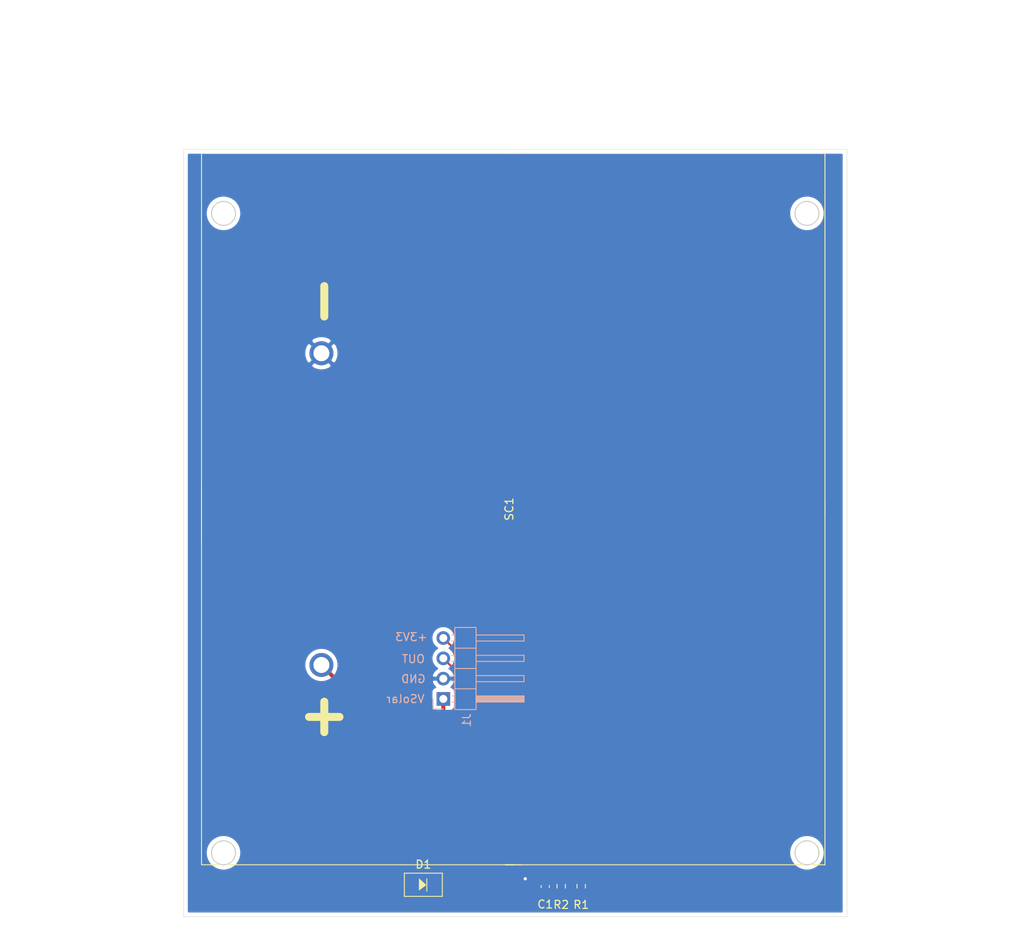
<source format=kicad_pcb>
(kicad_pcb (version 20171130) (host pcbnew "(5.1.10)-1")

  (general
    (thickness 1.6)
    (drawings 41)
    (tracks 21)
    (zones 0)
    (modules 6)
    (nets 6)
  )

  (page A4)
  (title_block
    (title "Solar Configuration for -X; V1 Stucture")
    (date 2022-03-30)
    (rev 1.0)
  )

  (layers
    (0 F.Cu signal)
    (31 B.Cu signal)
    (32 B.Adhes user)
    (33 F.Adhes user)
    (34 B.Paste user)
    (35 F.Paste user)
    (36 B.SilkS user)
    (37 F.SilkS user)
    (38 B.Mask user)
    (39 F.Mask user)
    (40 Dwgs.User user)
    (41 Cmts.User user)
    (42 Eco1.User user)
    (43 Eco2.User user)
    (44 Edge.Cuts user)
    (45 Margin user)
    (46 B.CrtYd user)
    (47 F.CrtYd user)
    (48 B.Fab user)
    (49 F.Fab user)
  )

  (setup
    (last_trace_width 0.25)
    (user_trace_width 0.5)
    (trace_clearance 0.2)
    (zone_clearance 0.508)
    (zone_45_only no)
    (trace_min 0.2)
    (via_size 0.8)
    (via_drill 0.4)
    (via_min_size 0.4)
    (via_min_drill 0.3)
    (uvia_size 0.3)
    (uvia_drill 0.1)
    (uvias_allowed no)
    (uvia_min_size 0.2)
    (uvia_min_drill 0.1)
    (edge_width 0.05)
    (segment_width 0.2)
    (pcb_text_width 0.3)
    (pcb_text_size 1.5 1.5)
    (mod_edge_width 0.12)
    (mod_text_size 1 1)
    (mod_text_width 0.15)
    (pad_size 1.7 1.7)
    (pad_drill 1)
    (pad_to_mask_clearance 0)
    (aux_axis_origin 0 0)
    (visible_elements 7FFFFFFF)
    (pcbplotparams
      (layerselection 0x010fc_ffffffff)
      (usegerberextensions false)
      (usegerberattributes true)
      (usegerberadvancedattributes true)
      (creategerberjobfile true)
      (excludeedgelayer true)
      (linewidth 0.100000)
      (plotframeref false)
      (viasonmask false)
      (mode 1)
      (useauxorigin false)
      (hpglpennumber 1)
      (hpglpenspeed 20)
      (hpglpendiameter 15.000000)
      (psnegative false)
      (psa4output false)
      (plotreference true)
      (plotvalue true)
      (plotinvisibletext false)
      (padsonsilk false)
      (subtractmaskfromsilk false)
      (outputformat 1)
      (mirror false)
      (drillshape 1)
      (scaleselection 1)
      (outputdirectory ""))
  )

  (net 0 "")
  (net 1 GND)
  (net 2 +3V3)
  (net 3 VSOLAR)
  (net 4 OUT)
  (net 5 "Net-(D1-Pad2)")

  (net_class Default "This is the default net class."
    (clearance 0.2)
    (trace_width 0.25)
    (via_dia 0.8)
    (via_drill 0.4)
    (uvia_dia 0.3)
    (uvia_drill 0.1)
    (add_net +3V3)
    (add_net GND)
    (add_net "Net-(D1-Pad2)")
    (add_net OUT)
    (add_net VSOLAR)
  )

  (module SolarPanelBoards:DO-214AC (layer F.Cu) (tedit 6131B737) (tstamp 62461628)
    (at 120 143 180)
    (descr "Diode Footprint for CDBA240LL-HF")
    (path /6108B315)
    (attr smd)
    (fp_text reference D1 (at 0 2.54) (layer F.SilkS)
      (effects (font (size 1 1) (thickness 0.15)))
    )
    (fp_text value CDBA240LL-HF (at 0 -2.54) (layer F.Fab)
      (effects (font (size 1 1) (thickness 0.15)))
    )
    (fp_line (start -2.375 1.45) (end 2.375 1.45) (layer F.SilkS) (width 0.12))
    (fp_line (start 2.375 1.45) (end 2.375 -1.45) (layer F.SilkS) (width 0.12))
    (fp_line (start -2.375 1.45) (end -2.375 -1.45) (layer F.SilkS) (width 0.12))
    (fp_line (start -2.375 -1.45) (end 2.375 -1.45) (layer F.SilkS) (width 0.12))
    (fp_poly (pts (xy 0.508 0.7112) (xy -0.3048 -0.0254) (xy 0.508 -0.635)) (layer F.SilkS) (width 0.1))
    (fp_line (start -0.4318 -0.8128) (end -0.4318 0.7366) (layer F.SilkS) (width 0.12))
    (pad 2 smd rect (at 2 0 180) (size 2.5 1.7) (layers F.Cu F.Paste F.Mask)
      (net 5 "Net-(D1-Pad2)"))
    (pad 1 smd rect (at -2 0 180) (size 2.5 1.7) (layers F.Cu F.Paste F.Mask)
      (net 3 VSOLAR))
    (model "C:/Users/grant/Downloads/sma-do-214ac-1.snapshot.1/SMA (DO-214AC).STEP"
      (at (xyz 0 0 0))
      (scale (xyz 1 1 1))
      (rotate (xyz -90 0 0))
    )
  )

  (module SolarPanelBoards:SM811K08TF (layer F.Cu) (tedit 621488D7) (tstamp 62461724)
    (at 131.25 96 270)
    (path /6143BD42)
    (fp_text reference SC1 (at 0 0.5 90) (layer F.SilkS)
      (effects (font (size 1 1) (thickness 0.15)))
    )
    (fp_text value SM811K08TF (at 0 -0.5 90) (layer F.Fab)
      (effects (font (size 1 1) (thickness 0.15)))
    )
    (fp_line (start 0 -39) (end 1 -39) (layer F.SilkS) (width 0.12))
    (fp_line (start 1 -39) (end -1 -39) (layer F.SilkS) (width 0.12))
    (fp_line (start 0 39) (end 4 39) (layer F.SilkS) (width 0.12))
    (fp_line (start 4 39) (end -3 39) (layer F.SilkS) (width 0.12))
    (fp_line (start 44.5 0) (end 44.5 1) (layer F.SilkS) (width 0.12))
    (fp_line (start 44.5 1) (end 44.5 -1) (layer F.SilkS) (width 0.12))
    (fp_line (start -44.5 0) (end -44.5 -1) (layer F.SilkS) (width 0.12))
    (fp_line (start -44.5 -1) (end -44.5 1) (layer F.SilkS) (width 0.12))
    (fp_line (start 0 39) (end -44.5 39) (layer F.SilkS) (width 0.12))
    (fp_line (start -44.5 0) (end -44.5 39) (layer F.SilkS) (width 0.12))
    (fp_line (start 44.5 0) (end 44.5 39) (layer F.SilkS) (width 0.12))
    (fp_line (start 44.5 0) (end 44.5 -39) (layer F.SilkS) (width 0.12))
    (fp_line (start -44.5 0) (end -44.5 -39) (layer F.SilkS) (width 0.12))
    (fp_line (start 0 -39) (end -44.5 -39) (layer F.SilkS) (width 0.12))
    (fp_line (start 0 -39) (end 44.5 -39) (layer F.SilkS) (width 0.12))
    (fp_line (start 4 39) (end 44.5 39) (layer F.SilkS) (width 0.12))
    (fp_text user - (at -26 24 90) (layer F.SilkS)
      (effects (font (size 5 5) (thickness 1)))
    )
    (fp_text user + (at 26 24 90) (layer F.SilkS)
      (effects (font (size 5 5) (thickness 1)))
    )
    (pad 2 thru_hole circle (at -19.5 24 270) (size 3 3) (drill 2) (layers *.Cu *.Mask)
      (net 1 GND))
    (pad 1 thru_hole circle (at 19.5 24 270) (size 3 3) (drill 2) (layers *.Cu *.Mask)
      (net 5 "Net-(D1-Pad2)"))
  )

  (module Resistor_SMD:R_0603_1608Metric (layer F.Cu) (tedit 5F68FEEE) (tstamp 624547E0)
    (at 137.25 143.175 270)
    (descr "Resistor SMD 0603 (1608 Metric), square (rectangular) end terminal, IPC_7351 nominal, (Body size source: IPC-SM-782 page 72, https://www.pcb-3d.com/wordpress/wp-content/uploads/ipc-sm-782a_amendment_1_and_2.pdf), generated with kicad-footprint-generator")
    (tags resistor)
    (path /61FF6451)
    (attr smd)
    (fp_text reference R2 (at 2.325 0 180) (layer F.SilkS)
      (effects (font (size 1 1) (thickness 0.15)))
    )
    (fp_text value R (at 0 1.43 90) (layer F.Fab)
      (effects (font (size 1 1) (thickness 0.15)))
    )
    (fp_line (start -0.8 0.4125) (end -0.8 -0.4125) (layer F.Fab) (width 0.1))
    (fp_line (start -0.8 -0.4125) (end 0.8 -0.4125) (layer F.Fab) (width 0.1))
    (fp_line (start 0.8 -0.4125) (end 0.8 0.4125) (layer F.Fab) (width 0.1))
    (fp_line (start 0.8 0.4125) (end -0.8 0.4125) (layer F.Fab) (width 0.1))
    (fp_line (start -0.237258 -0.5225) (end 0.237258 -0.5225) (layer F.SilkS) (width 0.12))
    (fp_line (start -0.237258 0.5225) (end 0.237258 0.5225) (layer F.SilkS) (width 0.12))
    (fp_line (start -1.48 0.73) (end -1.48 -0.73) (layer F.CrtYd) (width 0.05))
    (fp_line (start -1.48 -0.73) (end 1.48 -0.73) (layer F.CrtYd) (width 0.05))
    (fp_line (start 1.48 -0.73) (end 1.48 0.73) (layer F.CrtYd) (width 0.05))
    (fp_line (start 1.48 0.73) (end -1.48 0.73) (layer F.CrtYd) (width 0.05))
    (fp_text user %R (at 0 0 90) (layer F.Fab)
      (effects (font (size 0.4 0.4) (thickness 0.06)))
    )
    (pad 2 smd roundrect (at 0.825 0 270) (size 0.8 0.95) (layers F.Cu F.Paste F.Mask) (roundrect_rratio 0.25)
      (net 1 GND))
    (pad 1 smd roundrect (at -0.825 0 270) (size 0.8 0.95) (layers F.Cu F.Paste F.Mask) (roundrect_rratio 0.25)
      (net 4 OUT))
    (model ${KISYS3DMOD}/Resistor_SMD.3dshapes/R_0603_1608Metric.wrl
      (at (xyz 0 0 0))
      (scale (xyz 1 1 1))
      (rotate (xyz 0 0 0))
    )
  )

  (module Resistor_SMD:R_0603_1608Metric (layer F.Cu) (tedit 5F68FEEE) (tstamp 624547B0)
    (at 139.75 143.175 270)
    (descr "Resistor SMD 0603 (1608 Metric), square (rectangular) end terminal, IPC_7351 nominal, (Body size source: IPC-SM-782 page 72, https://www.pcb-3d.com/wordpress/wp-content/uploads/ipc-sm-782a_amendment_1_and_2.pdf), generated with kicad-footprint-generator")
    (tags resistor)
    (path /61FF37C8)
    (attr smd)
    (fp_text reference R1 (at 2.325 0) (layer F.SilkS)
      (effects (font (size 1 1) (thickness 0.15)))
    )
    (fp_text value ALS-PT19 (at 0 1.43 90) (layer F.Fab)
      (effects (font (size 1 1) (thickness 0.15)))
    )
    (fp_line (start -0.8 0.4125) (end -0.8 -0.4125) (layer F.Fab) (width 0.1))
    (fp_line (start -0.8 -0.4125) (end 0.8 -0.4125) (layer F.Fab) (width 0.1))
    (fp_line (start 0.8 -0.4125) (end 0.8 0.4125) (layer F.Fab) (width 0.1))
    (fp_line (start 0.8 0.4125) (end -0.8 0.4125) (layer F.Fab) (width 0.1))
    (fp_line (start -0.237258 -0.5225) (end 0.237258 -0.5225) (layer F.SilkS) (width 0.12))
    (fp_line (start -0.237258 0.5225) (end 0.237258 0.5225) (layer F.SilkS) (width 0.12))
    (fp_line (start -1.48 0.73) (end -1.48 -0.73) (layer F.CrtYd) (width 0.05))
    (fp_line (start -1.48 -0.73) (end 1.48 -0.73) (layer F.CrtYd) (width 0.05))
    (fp_line (start 1.48 -0.73) (end 1.48 0.73) (layer F.CrtYd) (width 0.05))
    (fp_line (start 1.48 0.73) (end -1.48 0.73) (layer F.CrtYd) (width 0.05))
    (fp_text user %R (at 0 0 90) (layer F.Fab)
      (effects (font (size 0.4 0.4) (thickness 0.06)))
    )
    (pad 2 smd roundrect (at 0.825 0 270) (size 0.8 0.95) (layers F.Cu F.Paste F.Mask) (roundrect_rratio 0.25)
      (net 4 OUT))
    (pad 1 smd roundrect (at -0.825 0 270) (size 0.8 0.95) (layers F.Cu F.Paste F.Mask) (roundrect_rratio 0.25)
      (net 2 +3V3))
    (model ${KISYS3DMOD}/Resistor_SMD.3dshapes/R_0603_1608Metric.wrl
      (at (xyz 0 0 0))
      (scale (xyz 1 1 1))
      (rotate (xyz 0 0 0))
    )
  )

  (module Capacitor_SMD:C_0603_1608Metric (layer F.Cu) (tedit 5F68FEEE) (tstamp 62454810)
    (at 135.25 143.225 270)
    (descr "Capacitor SMD 0603 (1608 Metric), square (rectangular) end terminal, IPC_7351 nominal, (Body size source: IPC-SM-782 page 76, https://www.pcb-3d.com/wordpress/wp-content/uploads/ipc-sm-782a_amendment_1_and_2.pdf), generated with kicad-footprint-generator")
    (tags capacitor)
    (path /61FF8764)
    (attr smd)
    (fp_text reference C1 (at 2.225 0 180) (layer F.SilkS)
      (effects (font (size 1 1) (thickness 0.15)))
    )
    (fp_text value C (at 0 1.43 90) (layer F.Fab)
      (effects (font (size 1 1) (thickness 0.15)))
    )
    (fp_line (start -0.8 0.4) (end -0.8 -0.4) (layer F.Fab) (width 0.1))
    (fp_line (start -0.8 -0.4) (end 0.8 -0.4) (layer F.Fab) (width 0.1))
    (fp_line (start 0.8 -0.4) (end 0.8 0.4) (layer F.Fab) (width 0.1))
    (fp_line (start 0.8 0.4) (end -0.8 0.4) (layer F.Fab) (width 0.1))
    (fp_line (start -0.14058 -0.51) (end 0.14058 -0.51) (layer F.SilkS) (width 0.12))
    (fp_line (start -0.14058 0.51) (end 0.14058 0.51) (layer F.SilkS) (width 0.12))
    (fp_line (start -1.48 0.73) (end -1.48 -0.73) (layer F.CrtYd) (width 0.05))
    (fp_line (start -1.48 -0.73) (end 1.48 -0.73) (layer F.CrtYd) (width 0.05))
    (fp_line (start 1.48 -0.73) (end 1.48 0.73) (layer F.CrtYd) (width 0.05))
    (fp_line (start 1.48 0.73) (end -1.48 0.73) (layer F.CrtYd) (width 0.05))
    (fp_text user %R (at 0 0 90) (layer F.Fab)
      (effects (font (size 0.4 0.4) (thickness 0.06)))
    )
    (pad 2 smd roundrect (at 0.775 0 270) (size 0.9 0.95) (layers F.Cu F.Paste F.Mask) (roundrect_rratio 0.25)
      (net 1 GND))
    (pad 1 smd roundrect (at -0.775 0 270) (size 0.9 0.95) (layers F.Cu F.Paste F.Mask) (roundrect_rratio 0.25)
      (net 4 OUT))
    (model ${KISYS3DMOD}/Capacitor_SMD.3dshapes/C_0603_1608Metric.wrl
      (at (xyz 0 0 0))
      (scale (xyz 1 1 1))
      (rotate (xyz 0 0 0))
    )
  )

  (module Connector_PinHeader_2.54mm:PinHeader_1x04_P2.54mm_Horizontal (layer B.Cu) (tedit 59FED5CB) (tstamp 6245487C)
    (at 122.5 119.75)
    (descr "Through hole angled pin header, 1x04, 2.54mm pitch, 6mm pin length, single row")
    (tags "Through hole angled pin header THT 1x04 2.54mm single row")
    (path /61F4A1BA)
    (fp_text reference J1 (at 2.921 2.667 270) (layer B.SilkS)
      (effects (font (size 1 1) (thickness 0.15)) (justify mirror))
    )
    (fp_text value Conn_01x04 (at 4.385 -9.89 180) (layer B.Fab)
      (effects (font (size 1 1) (thickness 0.15)) (justify mirror))
    )
    (fp_line (start 10.55 1.8) (end -1.8 1.8) (layer B.CrtYd) (width 0.05))
    (fp_line (start 10.55 -9.4) (end 10.55 1.8) (layer B.CrtYd) (width 0.05))
    (fp_line (start -1.8 -9.4) (end 10.55 -9.4) (layer B.CrtYd) (width 0.05))
    (fp_line (start -1.8 1.8) (end -1.8 -9.4) (layer B.CrtYd) (width 0.05))
    (fp_line (start -1.27 1.27) (end 0 1.27) (layer B.SilkS) (width 0.12))
    (fp_line (start -1.27 0) (end -1.27 1.27) (layer B.SilkS) (width 0.12))
    (fp_line (start 1.042929 -8) (end 1.44 -8) (layer B.SilkS) (width 0.12))
    (fp_line (start 1.042929 -7.24) (end 1.44 -7.24) (layer B.SilkS) (width 0.12))
    (fp_line (start 10.1 -8) (end 4.1 -8) (layer B.SilkS) (width 0.12))
    (fp_line (start 10.1 -7.24) (end 10.1 -8) (layer B.SilkS) (width 0.12))
    (fp_line (start 4.1 -7.24) (end 10.1 -7.24) (layer B.SilkS) (width 0.12))
    (fp_line (start 1.44 -6.35) (end 4.1 -6.35) (layer B.SilkS) (width 0.12))
    (fp_line (start 1.042929 -5.46) (end 1.44 -5.46) (layer B.SilkS) (width 0.12))
    (fp_line (start 1.042929 -4.7) (end 1.44 -4.7) (layer B.SilkS) (width 0.12))
    (fp_line (start 10.1 -5.46) (end 4.1 -5.46) (layer B.SilkS) (width 0.12))
    (fp_line (start 10.1 -4.7) (end 10.1 -5.46) (layer B.SilkS) (width 0.12))
    (fp_line (start 4.1 -4.7) (end 10.1 -4.7) (layer B.SilkS) (width 0.12))
    (fp_line (start 1.44 -3.81) (end 4.1 -3.81) (layer B.SilkS) (width 0.12))
    (fp_line (start 1.042929 -2.92) (end 1.44 -2.92) (layer B.SilkS) (width 0.12))
    (fp_line (start 1.042929 -2.16) (end 1.44 -2.16) (layer B.SilkS) (width 0.12))
    (fp_line (start 10.1 -2.92) (end 4.1 -2.92) (layer B.SilkS) (width 0.12))
    (fp_line (start 10.1 -2.16) (end 10.1 -2.92) (layer B.SilkS) (width 0.12))
    (fp_line (start 4.1 -2.16) (end 10.1 -2.16) (layer B.SilkS) (width 0.12))
    (fp_line (start 1.44 -1.27) (end 4.1 -1.27) (layer B.SilkS) (width 0.12))
    (fp_line (start 1.11 -0.38) (end 1.44 -0.38) (layer B.SilkS) (width 0.12))
    (fp_line (start 1.11 0.38) (end 1.44 0.38) (layer B.SilkS) (width 0.12))
    (fp_line (start 4.1 -0.28) (end 10.1 -0.28) (layer B.SilkS) (width 0.12))
    (fp_line (start 4.1 -0.16) (end 10.1 -0.16) (layer B.SilkS) (width 0.12))
    (fp_line (start 4.1 -0.04) (end 10.1 -0.04) (layer B.SilkS) (width 0.12))
    (fp_line (start 4.1 0.08) (end 10.1 0.08) (layer B.SilkS) (width 0.12))
    (fp_line (start 4.1 0.2) (end 10.1 0.2) (layer B.SilkS) (width 0.12))
    (fp_line (start 4.1 0.32) (end 10.1 0.32) (layer B.SilkS) (width 0.12))
    (fp_line (start 10.1 -0.38) (end 4.1 -0.38) (layer B.SilkS) (width 0.12))
    (fp_line (start 10.1 0.38) (end 10.1 -0.38) (layer B.SilkS) (width 0.12))
    (fp_line (start 4.1 0.38) (end 10.1 0.38) (layer B.SilkS) (width 0.12))
    (fp_line (start 4.1 1.33) (end 1.44 1.33) (layer B.SilkS) (width 0.12))
    (fp_line (start 4.1 -8.95) (end 4.1 1.33) (layer B.SilkS) (width 0.12))
    (fp_line (start 1.44 -8.95) (end 4.1 -8.95) (layer B.SilkS) (width 0.12))
    (fp_line (start 1.44 1.33) (end 1.44 -8.95) (layer B.SilkS) (width 0.12))
    (fp_line (start 4.04 -7.94) (end 10.04 -7.94) (layer B.Fab) (width 0.1))
    (fp_line (start 10.04 -7.3) (end 10.04 -7.94) (layer B.Fab) (width 0.1))
    (fp_line (start 4.04 -7.3) (end 10.04 -7.3) (layer B.Fab) (width 0.1))
    (fp_line (start -0.32 -7.94) (end 1.5 -7.94) (layer B.Fab) (width 0.1))
    (fp_line (start -0.32 -7.3) (end -0.32 -7.94) (layer B.Fab) (width 0.1))
    (fp_line (start -0.32 -7.3) (end 1.5 -7.3) (layer B.Fab) (width 0.1))
    (fp_line (start 4.04 -5.4) (end 10.04 -5.4) (layer B.Fab) (width 0.1))
    (fp_line (start 10.04 -4.76) (end 10.04 -5.4) (layer B.Fab) (width 0.1))
    (fp_line (start 4.04 -4.76) (end 10.04 -4.76) (layer B.Fab) (width 0.1))
    (fp_line (start -0.32 -5.4) (end 1.5 -5.4) (layer B.Fab) (width 0.1))
    (fp_line (start -0.32 -4.76) (end -0.32 -5.4) (layer B.Fab) (width 0.1))
    (fp_line (start -0.32 -4.76) (end 1.5 -4.76) (layer B.Fab) (width 0.1))
    (fp_line (start 4.04 -2.86) (end 10.04 -2.86) (layer B.Fab) (width 0.1))
    (fp_line (start 10.04 -2.22) (end 10.04 -2.86) (layer B.Fab) (width 0.1))
    (fp_line (start 4.04 -2.22) (end 10.04 -2.22) (layer B.Fab) (width 0.1))
    (fp_line (start -0.32 -2.86) (end 1.5 -2.86) (layer B.Fab) (width 0.1))
    (fp_line (start -0.32 -2.22) (end -0.32 -2.86) (layer B.Fab) (width 0.1))
    (fp_line (start -0.32 -2.22) (end 1.5 -2.22) (layer B.Fab) (width 0.1))
    (fp_line (start 4.04 -0.32) (end 10.04 -0.32) (layer B.Fab) (width 0.1))
    (fp_line (start 10.04 0.32) (end 10.04 -0.32) (layer B.Fab) (width 0.1))
    (fp_line (start 4.04 0.32) (end 10.04 0.32) (layer B.Fab) (width 0.1))
    (fp_line (start -0.32 -0.32) (end 1.5 -0.32) (layer B.Fab) (width 0.1))
    (fp_line (start -0.32 0.32) (end -0.32 -0.32) (layer B.Fab) (width 0.1))
    (fp_line (start -0.32 0.32) (end 1.5 0.32) (layer B.Fab) (width 0.1))
    (fp_line (start 1.5 0.635) (end 2.135 1.27) (layer B.Fab) (width 0.1))
    (fp_line (start 1.5 -8.89) (end 1.5 0.635) (layer B.Fab) (width 0.1))
    (fp_line (start 4.04 -8.89) (end 1.5 -8.89) (layer B.Fab) (width 0.1))
    (fp_line (start 4.04 1.27) (end 4.04 -8.89) (layer B.Fab) (width 0.1))
    (fp_line (start 2.135 1.27) (end 4.04 1.27) (layer B.Fab) (width 0.1))
    (fp_text user %R (at 2.77 -3.81 90) (layer B.Fab)
      (effects (font (size 1 1) (thickness 0.15)) (justify mirror))
    )
    (pad 4 thru_hole oval (at 0 -7.62) (size 1.7 1.7) (drill 1) (layers *.Cu *.Mask)
      (net 2 +3V3))
    (pad 3 thru_hole oval (at 0 -5.08) (size 1.7 1.7) (drill 1) (layers *.Cu *.Mask)
      (net 4 OUT))
    (pad 2 thru_hole oval (at 0 -2.54) (size 1.7 1.7) (drill 1) (layers *.Cu *.Mask)
      (net 1 GND))
    (pad 1 thru_hole rect (at 0 0) (size 1.7 1.7) (drill 1) (layers *.Cu *.Mask)
      (net 3 VSOLAR))
    (model ${KISYS3DMOD}/Connector_PinHeader_2.54mm.3dshapes/PinHeader_1x04_P2.54mm_Horizontal.wrl
      (at (xyz 0 0 0))
      (scale (xyz 1 1 1))
      (rotate (xyz 0 0 0))
    )
  )

  (gr_line (start 80.75 142) (end 95 142) (layer Dwgs.User) (width 0.15))
  (dimension 3 (width 0.15) (layer Dwgs.User)
    (gr_text "3.000 mm" (at 76.700001 140.499999 89.9999809) (layer Dwgs.User)
      (effects (font (size 1 1) (thickness 0.15)))
    )
    (feature1 (pts (xy 80.75 142) (xy 77.41358 141.999999)))
    (feature2 (pts (xy 80.750001 139) (xy 77.413581 138.999999)))
    (crossbar (pts (xy 78.000002 138.999999) (xy 78.000001 141.999999)))
    (arrow1a (pts (xy 78.000001 141.999999) (xy 77.413581 140.873495)))
    (arrow1b (pts (xy 78.000001 141.999999) (xy 78.586422 140.873495)))
    (arrow2a (pts (xy 78.000002 138.999999) (xy 77.413581 140.126503)))
    (arrow2b (pts (xy 78.000002 138.999999) (xy 78.586422 140.126503)))
  )
  (dimension 80 (width 0.15) (layer Dwgs.User)
    (gr_text "80.000 mm" (at 79.450001 99 270) (layer Dwgs.User)
      (effects (font (size 1 1) (thickness 0.15)))
    )
    (feature1 (pts (xy 95 139) (xy 80.16358 139)))
    (feature2 (pts (xy 95 59) (xy 80.16358 59)))
    (crossbar (pts (xy 80.750001 59) (xy 80.750001 139)))
    (arrow1a (pts (xy 80.750001 139) (xy 80.16358 137.873496)))
    (arrow1b (pts (xy 80.750001 139) (xy 81.336422 137.873496)))
    (arrow2a (pts (xy 80.750001 59) (xy 80.16358 60.126504)))
    (arrow2b (pts (xy 80.750001 59) (xy 81.336422 60.126504)))
  )
  (dimension 96 (width 0.15) (layer Dwgs.User)
    (gr_text "96.000 mm" (at 70.700001 99 270) (layer Dwgs.User)
      (effects (font (size 1 1) (thickness 0.15)))
    )
    (feature1 (pts (xy 90 147) (xy 71.41358 147)))
    (feature2 (pts (xy 90 51) (xy 71.41358 51)))
    (crossbar (pts (xy 72.000001 51) (xy 72.000001 147)))
    (arrow1a (pts (xy 72.000001 147) (xy 71.41358 145.873496)))
    (arrow1b (pts (xy 72.000001 147) (xy 72.586422 145.873496)))
    (arrow2a (pts (xy 72.000001 51) (xy 71.41358 52.126504)))
    (arrow2b (pts (xy 72.000001 51) (xy 72.586422 52.126504)))
  )
  (gr_line (start 173 122) (end 116.5 122) (layer Dwgs.User) (width 0.15))
  (gr_line (start 173 76) (end 116.5 76) (layer Dwgs.User) (width 0.15))
  (gr_line (start 146.5 147) (end 146.5 51) (layer Dwgs.User) (width 0.15))
  (gr_line (start 116.5 51) (end 116.5 147) (layer Dwgs.User) (width 0.15))
  (dimension 15 (width 0.15) (layer Dwgs.User)
    (gr_text "15.000 mm" (at 139 46.7) (layer Dwgs.User)
      (effects (font (size 1 1) (thickness 0.15)))
    )
    (feature1 (pts (xy 146.5 51) (xy 146.5 47.413579)))
    (feature2 (pts (xy 131.5 51) (xy 131.5 47.413579)))
    (crossbar (pts (xy 131.5 48) (xy 146.5 48)))
    (arrow1a (pts (xy 146.5 48) (xy 145.373496 48.586421)))
    (arrow1b (pts (xy 146.5 48) (xy 145.373496 47.413579)))
    (arrow2a (pts (xy 131.5 48) (xy 132.626504 48.586421)))
    (arrow2b (pts (xy 131.5 48) (xy 132.626504 47.413579)))
  )
  (dimension 15 (width 0.15) (layer Dwgs.User)
    (gr_text "15.000 mm" (at 124 46.700001) (layer Dwgs.User)
      (effects (font (size 1 1) (thickness 0.15)))
    )
    (feature1 (pts (xy 116.5 51) (xy 116.5 47.41358)))
    (feature2 (pts (xy 131.5 51) (xy 131.5 47.41358)))
    (crossbar (pts (xy 131.5 48.000001) (xy 116.5 48.000001)))
    (arrow1a (pts (xy 116.5 48.000001) (xy 117.626504 47.41358)))
    (arrow1b (pts (xy 116.5 48.000001) (xy 117.626504 48.586422)))
    (arrow2a (pts (xy 131.5 48.000001) (xy 130.373496 47.41358)))
    (arrow2b (pts (xy 131.5 48.000001) (xy 130.373496 48.586422)))
  )
  (dimension 15 (width 0.15) (layer Dwgs.User)
    (gr_text "15.000 mm" (at 139 151.799999) (layer Dwgs.User)
      (effects (font (size 1 1) (thickness 0.15)))
    )
    (feature1 (pts (xy 146.5 147) (xy 146.5 151.08642)))
    (feature2 (pts (xy 131.5 147) (xy 131.5 151.08642)))
    (crossbar (pts (xy 131.5 150.499999) (xy 146.5 150.499999)))
    (arrow1a (pts (xy 146.5 150.499999) (xy 145.373496 151.08642)))
    (arrow1b (pts (xy 146.5 150.499999) (xy 145.373496 149.913578)))
    (arrow2a (pts (xy 131.5 150.499999) (xy 132.626504 151.08642)))
    (arrow2b (pts (xy 131.5 150.499999) (xy 132.626504 149.913578)))
  )
  (dimension 15 (width 0.15) (layer Dwgs.User)
    (gr_text "15.000 mm" (at 124 151.8) (layer Dwgs.User)
      (effects (font (size 1 1) (thickness 0.15)))
    )
    (feature1 (pts (xy 116.5 147) (xy 116.5 151.086421)))
    (feature2 (pts (xy 131.5 147) (xy 131.5 151.086421)))
    (crossbar (pts (xy 131.5 150.5) (xy 116.5 150.5)))
    (arrow1a (pts (xy 116.5 150.5) (xy 117.626504 149.913579)))
    (arrow1b (pts (xy 116.5 150.5) (xy 117.626504 151.086421)))
    (arrow2a (pts (xy 131.5 150.5) (xy 130.373496 149.913579)))
    (arrow2b (pts (xy 131.5 150.5) (xy 130.373496 151.086421)))
  )
  (dimension 25 (width 0.15) (layer Dwgs.User)
    (gr_text "25.000 mm" (at 193.8 134.5 90) (layer Dwgs.User)
      (effects (font (size 1 1) (thickness 0.15)))
    )
    (feature1 (pts (xy 173 122) (xy 193.086421 122)))
    (feature2 (pts (xy 173 147) (xy 193.086421 147)))
    (crossbar (pts (xy 192.5 147) (xy 192.5 122)))
    (arrow1a (pts (xy 192.5 122) (xy 193.086421 123.126504)))
    (arrow1b (pts (xy 192.5 122) (xy 191.913579 123.126504)))
    (arrow2a (pts (xy 192.5 147) (xy 193.086421 145.873496)))
    (arrow2b (pts (xy 192.5 147) (xy 191.913579 145.873496)))
  )
  (dimension 25 (width 0.15) (layer Dwgs.User)
    (gr_text "25.000 mm" (at 190.55 63.5 270) (layer Dwgs.User)
      (effects (font (size 1 1) (thickness 0.15)))
    )
    (feature1 (pts (xy 173 76) (xy 189.836421 76)))
    (feature2 (pts (xy 173 51) (xy 189.836421 51)))
    (crossbar (pts (xy 189.25 51) (xy 189.25 76)))
    (arrow1a (pts (xy 189.25 76) (xy 188.663579 74.873496)))
    (arrow1b (pts (xy 189.25 76) (xy 189.836421 74.873496)))
    (arrow2a (pts (xy 189.25 51) (xy 188.663579 52.126504)))
    (arrow2b (pts (xy 189.25 51) (xy 189.836421 52.126504)))
  )
  (gr_line (start 173 59) (end 90 59) (layer Dwgs.User) (width 0.15))
  (dimension 8 (width 0.15) (layer Dwgs.User)
    (gr_text "8.000 mm" (at 182.8 143 90) (layer Dwgs.User)
      (effects (font (size 1 1) (thickness 0.15)))
    )
    (feature1 (pts (xy 173 139) (xy 182.086421 139)))
    (feature2 (pts (xy 173 147) (xy 182.086421 147)))
    (crossbar (pts (xy 181.5 147) (xy 181.5 139)))
    (arrow1a (pts (xy 181.5 139) (xy 182.086421 140.126504)))
    (arrow1b (pts (xy 181.5 139) (xy 180.913579 140.126504)))
    (arrow2a (pts (xy 181.5 147) (xy 182.086421 145.873496)))
    (arrow2b (pts (xy 181.5 147) (xy 180.913579 145.873496)))
  )
  (dimension 8 (width 0.15) (layer Dwgs.User)
    (gr_text "8.000 mm" (at 182.55 55 270) (layer Dwgs.User)
      (effects (font (size 1 1) (thickness 0.15)))
    )
    (feature1 (pts (xy 173 59) (xy 181.836421 59)))
    (feature2 (pts (xy 173 51) (xy 181.836421 51)))
    (crossbar (pts (xy 181.25 51) (xy 181.25 59)))
    (arrow1a (pts (xy 181.25 59) (xy 180.663579 57.873496)))
    (arrow1b (pts (xy 181.25 59) (xy 181.836421 57.873496)))
    (arrow2a (pts (xy 181.25 51) (xy 180.663579 52.126504)))
    (arrow2b (pts (xy 181.25 51) (xy 181.836421 52.126504)))
  )
  (dimension 41.5 (width 0.15) (layer Dwgs.User)
    (gr_text "41.500 mm" (at 152.25 37.7) (layer Dwgs.User)
      (effects (font (size 1 1) (thickness 0.15)))
    )
    (feature1 (pts (xy 131.5 51) (xy 131.5 38.413579)))
    (feature2 (pts (xy 173 51) (xy 173 38.413579)))
    (crossbar (pts (xy 173 39) (xy 131.5 39)))
    (arrow1a (pts (xy 131.5 39) (xy 132.626504 38.413579)))
    (arrow1b (pts (xy 131.5 39) (xy 132.626504 39.586421)))
    (arrow2a (pts (xy 173 39) (xy 171.873496 38.413579)))
    (arrow2b (pts (xy 173 39) (xy 171.873496 39.586421)))
  )
  (gr_circle (center 168 139) (end 170.55 139) (layer Dwgs.User) (width 0.15) (tstamp 62453C30))
  (gr_circle (center 95 139) (end 97.55 139) (layer Dwgs.User) (width 0.15) (tstamp 62453C30))
  (gr_circle (center 95 59) (end 97.55 59) (layer Dwgs.User) (width 0.15) (tstamp 62453C30))
  (gr_circle (center 168 59) (end 170.55 59) (layer Dwgs.User) (width 0.15))
  (gr_line (start 131.5 51) (end 131.5 147) (layer Dwgs.User) (width 0.15))
  (gr_circle (center 95 139) (end 96.5 139) (layer Edge.Cuts) (width 0.15) (tstamp 6244D0F4))
  (gr_circle (center 168 139) (end 169.5 139) (layer Edge.Cuts) (width 0.15) (tstamp 6244D0F4))
  (gr_circle (center 168 59) (end 169.5 59) (layer Edge.Cuts) (width 0.15) (tstamp 6244D0F4))
  (gr_circle (center 95 59) (end 96.5 59) (layer Edge.Cuts) (width 0.15) (tstamp 6244D0F4))
  (gr_line (start 90 139) (end 173 139) (layer Dwgs.User) (width 0.15))
  (gr_line (start 95 51) (end 95 147) (layer Dwgs.User) (width 0.15))
  (gr_line (start 168 51) (end 168 147) (layer Dwgs.User) (width 0.15))
  (dimension 73 (width 0.15) (layer Dwgs.User)
    (gr_text "73.000 mm" (at 131.5 42.700001) (layer Dwgs.User)
      (effects (font (size 1 1) (thickness 0.15)))
    )
    (feature1 (pts (xy 95 51) (xy 95 43.41358)))
    (feature2 (pts (xy 168 51) (xy 168 43.41358)))
    (crossbar (pts (xy 168 44.000001) (xy 95 44.000001)))
    (arrow1a (pts (xy 95 44.000001) (xy 96.126504 43.41358)))
    (arrow1b (pts (xy 95 44.000001) (xy 96.126504 44.586422)))
    (arrow2a (pts (xy 168 44.000001) (xy 166.873496 43.41358)))
    (arrow2b (pts (xy 168 44.000001) (xy 166.873496 44.586422)))
  )
  (dimension 5 (width 0.15) (layer Dwgs.User)
    (gr_text "5.000 mm" (at 170.5 42.7) (layer Dwgs.User)
      (effects (font (size 1 1) (thickness 0.15)))
    )
    (feature1 (pts (xy 168 51) (xy 168 43.413579)))
    (feature2 (pts (xy 173 51) (xy 173 43.413579)))
    (crossbar (pts (xy 173 44) (xy 168 44)))
    (arrow1a (pts (xy 168 44) (xy 169.126504 43.413579)))
    (arrow1b (pts (xy 168 44) (xy 169.126504 44.586421)))
    (arrow2a (pts (xy 173 44) (xy 171.873496 43.413579)))
    (arrow2b (pts (xy 173 44) (xy 171.873496 44.586421)))
  )
  (gr_line (start 90 147) (end 173 147) (layer Edge.Cuts) (width 0.05) (tstamp 6244CFBB))
  (gr_line (start 90 51) (end 90 147) (layer Edge.Cuts) (width 0.05) (tstamp 6244CF79))
  (gr_line (start 173 51) (end 90 51) (layer Edge.Cuts) (width 0.05))
  (gr_line (start 173 51) (end 173 147) (layer Edge.Cuts) (width 0.05))
  (dimension 83 (width 0.15) (layer Dwgs.User)
    (gr_text "83.000 mm" (at 131.5 33) (layer Dwgs.User)
      (effects (font (size 1 1) (thickness 0.15)))
    )
    (feature1 (pts (xy 173 51) (xy 173 33.713579)))
    (feature2 (pts (xy 90 51) (xy 90 33.713579)))
    (crossbar (pts (xy 90 34.3) (xy 173 34.3)))
    (arrow1a (pts (xy 173 34.3) (xy 171.873496 34.886421)))
    (arrow1b (pts (xy 173 34.3) (xy 171.873496 33.713579)))
    (arrow2a (pts (xy 90 34.3) (xy 91.126504 34.886421)))
    (arrow2b (pts (xy 90 34.3) (xy 91.126504 33.713579)))
  )
  (gr_text +3V3 (at 118.5 112) (layer B.SilkS)
    (effects (font (size 1 1) (thickness 0.15)) (justify mirror))
  )
  (gr_text OUT (at 118.75 114.75) (layer B.SilkS)
    (effects (font (size 1 1) (thickness 0.15)) (justify mirror))
  )
  (gr_text GND (at 118.75 117.25) (layer B.SilkS) (tstamp 62454732)
    (effects (font (size 1 1) (thickness 0.15)) (justify mirror))
  )
  (gr_text VSolar (at 117.75 119.75) (layer B.SilkS) (tstamp 62454735)
    (effects (font (size 1 1) (thickness 0.15)) (justify mirror))
  )

  (segment (start 135.25 144) (end 137.25 144) (width 0.25) (layer F.Cu) (net 1))
  (segment (start 135.25 144) (end 134.75 144) (width 0.25) (layer F.Cu) (net 1))
  (segment (start 134.75 144) (end 134.5 144) (width 0.25) (layer F.Cu) (net 1))
  (segment (start 134.5 144) (end 132.75 142.25) (width 0.25) (layer F.Cu) (net 1))
  (segment (start 132.75 142.25) (end 132.75 142.25) (width 0.25) (layer F.Cu) (net 1) (tstamp 6246895D))
  (via (at 132.75 142.25) (size 0.8) (drill 0.4) (layers F.Cu B.Cu) (net 1))
  (segment (start 124.5 127.25) (end 124.5 114.13) (width 0.25) (layer F.Cu) (net 2))
  (segment (start 139.6 142.35) (end 124.5 127.25) (width 0.25) (layer F.Cu) (net 2))
  (segment (start 139.75 142.35) (end 139.6 142.35) (width 0.25) (layer F.Cu) (net 2))
  (segment (start 124.5 114.13) (end 122.5 112.13) (width 0.25) (layer F.Cu) (net 2))
  (segment (start 122.5 142.5) (end 122 143) (width 0.5) (layer F.Cu) (net 3))
  (segment (start 122.5 119.75) (end 122.5 142.5) (width 0.5) (layer F.Cu) (net 3))
  (segment (start 137.15 142.45) (end 137.25 142.35) (width 0.25) (layer F.Cu) (net 4))
  (segment (start 135.25 142.45) (end 137.15 142.45) (width 0.25) (layer F.Cu) (net 4))
  (segment (start 137.25 142.35) (end 138.1 142.35) (width 0.25) (layer F.Cu) (net 4))
  (segment (start 138.1 142.35) (end 139.75 144) (width 0.25) (layer F.Cu) (net 4))
  (segment (start 122.5 114.67) (end 124 116.17) (width 0.25) (layer F.Cu) (net 4))
  (segment (start 124 131.2) (end 135.25 142.45) (width 0.25) (layer F.Cu) (net 4))
  (segment (start 124 116.17) (end 124 131.2) (width 0.25) (layer F.Cu) (net 4))
  (segment (start 118 126.25) (end 107.25 115.5) (width 0.5) (layer F.Cu) (net 5))
  (segment (start 118 143) (end 118 126.25) (width 0.5) (layer F.Cu) (net 5))

  (zone (net 1) (net_name GND) (layer B.Cu) (tstamp 0) (hatch edge 0.508)
    (connect_pads (clearance 0.508))
    (min_thickness 0.254)
    (fill yes (arc_segments 32) (thermal_gap 0.508) (thermal_bridge_width 0.508))
    (polygon
      (pts
        (xy 173 147) (xy 90 147) (xy 90 51) (xy 173 51)
      )
    )
    (filled_polygon
      (pts
        (xy 172.340001 146.34) (xy 90.66 146.34) (xy 90.66 138.781422) (xy 92.780738 138.781422) (xy 92.780738 139.218578)
        (xy 92.866023 139.647335) (xy 93.033316 140.051215) (xy 93.276187 140.414697) (xy 93.585303 140.723813) (xy 93.948785 140.966684)
        (xy 94.352665 141.133977) (xy 94.781422 141.219262) (xy 95.218578 141.219262) (xy 95.647335 141.133977) (xy 96.051215 140.966684)
        (xy 96.414697 140.723813) (xy 96.723813 140.414697) (xy 96.966684 140.051215) (xy 97.133977 139.647335) (xy 97.219262 139.218578)
        (xy 97.219262 138.781422) (xy 165.780738 138.781422) (xy 165.780738 139.218578) (xy 165.866023 139.647335) (xy 166.033316 140.051215)
        (xy 166.276187 140.414697) (xy 166.585303 140.723813) (xy 166.948785 140.966684) (xy 167.352665 141.133977) (xy 167.781422 141.219262)
        (xy 168.218578 141.219262) (xy 168.647335 141.133977) (xy 169.051215 140.966684) (xy 169.414697 140.723813) (xy 169.723813 140.414697)
        (xy 169.966684 140.051215) (xy 170.133977 139.647335) (xy 170.219262 139.218578) (xy 170.219262 138.781422) (xy 170.133977 138.352665)
        (xy 169.966684 137.948785) (xy 169.723813 137.585303) (xy 169.414697 137.276187) (xy 169.051215 137.033316) (xy 168.647335 136.866023)
        (xy 168.218578 136.780738) (xy 167.781422 136.780738) (xy 167.352665 136.866023) (xy 166.948785 137.033316) (xy 166.585303 137.276187)
        (xy 166.276187 137.585303) (xy 166.033316 137.948785) (xy 165.866023 138.352665) (xy 165.780738 138.781422) (xy 97.219262 138.781422)
        (xy 97.133977 138.352665) (xy 96.966684 137.948785) (xy 96.723813 137.585303) (xy 96.414697 137.276187) (xy 96.051215 137.033316)
        (xy 95.647335 136.866023) (xy 95.218578 136.780738) (xy 94.781422 136.780738) (xy 94.352665 136.866023) (xy 93.948785 137.033316)
        (xy 93.585303 137.276187) (xy 93.276187 137.585303) (xy 93.033316 137.948785) (xy 92.866023 138.352665) (xy 92.780738 138.781422)
        (xy 90.66 138.781422) (xy 90.66 118.9) (xy 121.011928 118.9) (xy 121.011928 120.6) (xy 121.024188 120.724482)
        (xy 121.060498 120.84418) (xy 121.119463 120.954494) (xy 121.198815 121.051185) (xy 121.295506 121.130537) (xy 121.40582 121.189502)
        (xy 121.525518 121.225812) (xy 121.65 121.238072) (xy 123.35 121.238072) (xy 123.474482 121.225812) (xy 123.59418 121.189502)
        (xy 123.704494 121.130537) (xy 123.801185 121.051185) (xy 123.880537 120.954494) (xy 123.939502 120.84418) (xy 123.975812 120.724482)
        (xy 123.988072 120.6) (xy 123.988072 118.9) (xy 123.975812 118.775518) (xy 123.939502 118.65582) (xy 123.880537 118.545506)
        (xy 123.801185 118.448815) (xy 123.704494 118.369463) (xy 123.59418 118.310498) (xy 123.513534 118.286034) (xy 123.597588 118.210269)
        (xy 123.771641 117.97692) (xy 123.896825 117.714099) (xy 123.941476 117.56689) (xy 123.820155 117.337) (xy 122.627 117.337)
        (xy 122.627 117.357) (xy 122.373 117.357) (xy 122.373 117.337) (xy 121.179845 117.337) (xy 121.058524 117.56689)
        (xy 121.103175 117.714099) (xy 121.228359 117.97692) (xy 121.402412 118.210269) (xy 121.486466 118.286034) (xy 121.40582 118.310498)
        (xy 121.295506 118.369463) (xy 121.198815 118.448815) (xy 121.119463 118.545506) (xy 121.060498 118.65582) (xy 121.024188 118.775518)
        (xy 121.011928 118.9) (xy 90.66 118.9) (xy 90.66 115.289721) (xy 105.115 115.289721) (xy 105.115 115.710279)
        (xy 105.197047 116.122756) (xy 105.357988 116.511302) (xy 105.591637 116.860983) (xy 105.889017 117.158363) (xy 106.238698 117.392012)
        (xy 106.627244 117.552953) (xy 107.039721 117.635) (xy 107.460279 117.635) (xy 107.872756 117.552953) (xy 108.261302 117.392012)
        (xy 108.610983 117.158363) (xy 108.908363 116.860983) (xy 109.142012 116.511302) (xy 109.302953 116.122756) (xy 109.385 115.710279)
        (xy 109.385 115.289721) (xy 109.302953 114.877244) (xy 109.142012 114.488698) (xy 108.908363 114.139017) (xy 108.610983 113.841637)
        (xy 108.261302 113.607988) (xy 107.872756 113.447047) (xy 107.460279 113.365) (xy 107.039721 113.365) (xy 106.627244 113.447047)
        (xy 106.238698 113.607988) (xy 105.889017 113.841637) (xy 105.591637 114.139017) (xy 105.357988 114.488698) (xy 105.197047 114.877244)
        (xy 105.115 115.289721) (xy 90.66 115.289721) (xy 90.66 111.98374) (xy 121.015 111.98374) (xy 121.015 112.27626)
        (xy 121.072068 112.563158) (xy 121.18401 112.833411) (xy 121.346525 113.076632) (xy 121.553368 113.283475) (xy 121.72776 113.4)
        (xy 121.553368 113.516525) (xy 121.346525 113.723368) (xy 121.18401 113.966589) (xy 121.072068 114.236842) (xy 121.015 114.52374)
        (xy 121.015 114.81626) (xy 121.072068 115.103158) (xy 121.18401 115.373411) (xy 121.346525 115.616632) (xy 121.553368 115.823475)
        (xy 121.735534 115.945195) (xy 121.618645 116.014822) (xy 121.402412 116.209731) (xy 121.228359 116.44308) (xy 121.103175 116.705901)
        (xy 121.058524 116.85311) (xy 121.179845 117.083) (xy 122.373 117.083) (xy 122.373 117.063) (xy 122.627 117.063)
        (xy 122.627 117.083) (xy 123.820155 117.083) (xy 123.941476 116.85311) (xy 123.896825 116.705901) (xy 123.771641 116.44308)
        (xy 123.597588 116.209731) (xy 123.381355 116.014822) (xy 123.264466 115.945195) (xy 123.446632 115.823475) (xy 123.653475 115.616632)
        (xy 123.81599 115.373411) (xy 123.927932 115.103158) (xy 123.985 114.81626) (xy 123.985 114.52374) (xy 123.927932 114.236842)
        (xy 123.81599 113.966589) (xy 123.653475 113.723368) (xy 123.446632 113.516525) (xy 123.27224 113.4) (xy 123.446632 113.283475)
        (xy 123.653475 113.076632) (xy 123.81599 112.833411) (xy 123.927932 112.563158) (xy 123.985 112.27626) (xy 123.985 111.98374)
        (xy 123.927932 111.696842) (xy 123.81599 111.426589) (xy 123.653475 111.183368) (xy 123.446632 110.976525) (xy 123.203411 110.81401)
        (xy 122.933158 110.702068) (xy 122.64626 110.645) (xy 122.35374 110.645) (xy 122.066842 110.702068) (xy 121.796589 110.81401)
        (xy 121.553368 110.976525) (xy 121.346525 111.183368) (xy 121.18401 111.426589) (xy 121.072068 111.696842) (xy 121.015 111.98374)
        (xy 90.66 111.98374) (xy 90.66 77.991653) (xy 105.937952 77.991653) (xy 106.093962 78.307214) (xy 106.468745 78.49802)
        (xy 106.873551 78.612044) (xy 107.292824 78.644902) (xy 107.710451 78.595334) (xy 108.110383 78.465243) (xy 108.406038 78.307214)
        (xy 108.562048 77.991653) (xy 107.25 76.679605) (xy 105.937952 77.991653) (xy 90.66 77.991653) (xy 90.66 76.542824)
        (xy 105.105098 76.542824) (xy 105.154666 76.960451) (xy 105.284757 77.360383) (xy 105.442786 77.656038) (xy 105.758347 77.812048)
        (xy 107.070395 76.5) (xy 107.429605 76.5) (xy 108.741653 77.812048) (xy 109.057214 77.656038) (xy 109.24802 77.281255)
        (xy 109.362044 76.876449) (xy 109.394902 76.457176) (xy 109.345334 76.039549) (xy 109.215243 75.639617) (xy 109.057214 75.343962)
        (xy 108.741653 75.187952) (xy 107.429605 76.5) (xy 107.070395 76.5) (xy 105.758347 75.187952) (xy 105.442786 75.343962)
        (xy 105.25198 75.718745) (xy 105.137956 76.123551) (xy 105.105098 76.542824) (xy 90.66 76.542824) (xy 90.66 75.008347)
        (xy 105.937952 75.008347) (xy 107.25 76.320395) (xy 108.562048 75.008347) (xy 108.406038 74.692786) (xy 108.031255 74.50198)
        (xy 107.626449 74.387956) (xy 107.207176 74.355098) (xy 106.789549 74.404666) (xy 106.389617 74.534757) (xy 106.093962 74.692786)
        (xy 105.937952 75.008347) (xy 90.66 75.008347) (xy 90.66 58.781422) (xy 92.780738 58.781422) (xy 92.780738 59.218578)
        (xy 92.866023 59.647335) (xy 93.033316 60.051215) (xy 93.276187 60.414697) (xy 93.585303 60.723813) (xy 93.948785 60.966684)
        (xy 94.352665 61.133977) (xy 94.781422 61.219262) (xy 95.218578 61.219262) (xy 95.647335 61.133977) (xy 96.051215 60.966684)
        (xy 96.414697 60.723813) (xy 96.723813 60.414697) (xy 96.966684 60.051215) (xy 97.133977 59.647335) (xy 97.219262 59.218578)
        (xy 97.219262 58.781422) (xy 165.780738 58.781422) (xy 165.780738 59.218578) (xy 165.866023 59.647335) (xy 166.033316 60.051215)
        (xy 166.276187 60.414697) (xy 166.585303 60.723813) (xy 166.948785 60.966684) (xy 167.352665 61.133977) (xy 167.781422 61.219262)
        (xy 168.218578 61.219262) (xy 168.647335 61.133977) (xy 169.051215 60.966684) (xy 169.414697 60.723813) (xy 169.723813 60.414697)
        (xy 169.966684 60.051215) (xy 170.133977 59.647335) (xy 170.219262 59.218578) (xy 170.219262 58.781422) (xy 170.133977 58.352665)
        (xy 169.966684 57.948785) (xy 169.723813 57.585303) (xy 169.414697 57.276187) (xy 169.051215 57.033316) (xy 168.647335 56.866023)
        (xy 168.218578 56.780738) (xy 167.781422 56.780738) (xy 167.352665 56.866023) (xy 166.948785 57.033316) (xy 166.585303 57.276187)
        (xy 166.276187 57.585303) (xy 166.033316 57.948785) (xy 165.866023 58.352665) (xy 165.780738 58.781422) (xy 97.219262 58.781422)
        (xy 97.133977 58.352665) (xy 96.966684 57.948785) (xy 96.723813 57.585303) (xy 96.414697 57.276187) (xy 96.051215 57.033316)
        (xy 95.647335 56.866023) (xy 95.218578 56.780738) (xy 94.781422 56.780738) (xy 94.352665 56.866023) (xy 93.948785 57.033316)
        (xy 93.585303 57.276187) (xy 93.276187 57.585303) (xy 93.033316 57.948785) (xy 92.866023 58.352665) (xy 92.780738 58.781422)
        (xy 90.66 58.781422) (xy 90.66 51.66) (xy 172.34 51.66)
      )
    )
  )
)

</source>
